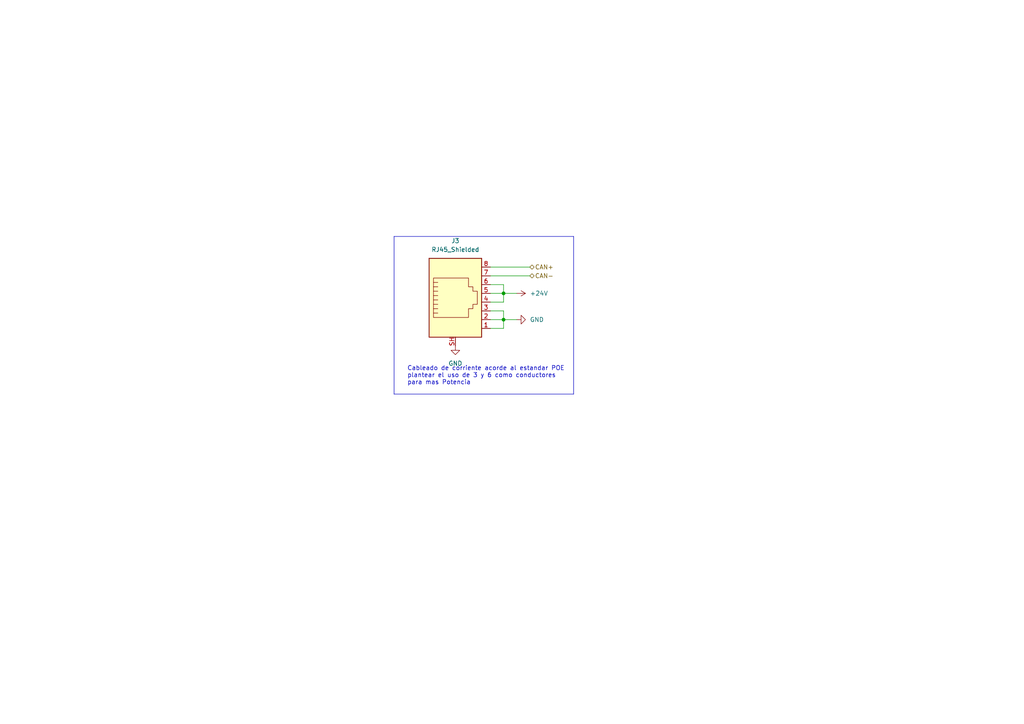
<source format=kicad_sch>
(kicad_sch (version 20230121) (generator eeschema)
  (paper "A4")
  (lib_symbols
    (symbol "Connector:RJ45_Shielded" (pin_names (offset 1.016))
      (property "Reference" "J" (at -5.08 13.97 0))
      (property "Value" "RJ45_Shielded" (at 2.54 13.97 0))
      (symbol "RJ45_Shielded_0_1"
        (polyline (pts (xy -5.08 4.445) (xy -6.35 4.445)))
        (polyline (pts (xy -5.08 5.715) (xy -6.35 5.715)))
        (polyline (pts (xy -6.35 -3.175) (xy -5.08 -3.175) (xy -5.08 -3.175)))
        (polyline (pts (xy -6.35 -1.905) (xy -5.08 -1.905) (xy -5.08 -1.905)))
        (polyline (pts (xy -6.35 -0.635) (xy -5.08 -0.635) (xy -5.08 -0.635)))
        (polyline (pts (xy -6.35 0.635) (xy -5.08 0.635) (xy -5.08 0.635)))
        (polyline (pts (xy -6.35 1.905) (xy -5.08 1.905) (xy -5.08 1.905)))
        (polyline (pts (xy -5.08 3.175) (xy -6.35 3.175) (xy -6.35 3.175)))
        (polyline (pts (xy -6.35 -4.445) (xy -6.35 6.985) (xy 3.81 6.985) (xy 3.81 4.445) (xy 5.08 4.445) (xy 5.08 3.175) (xy 6.35 3.175) (xy 6.35 -0.635) (xy 5.08 -0.635) (xy 5.08 -1.905) (xy 3.81 -1.905) (xy 3.81 -4.445) (xy -6.35 -4.445) (xy -6.35 -4.445)))
        (rectangle (start 7.62 12.7) (end -7.62 -10.16) (stroke (width 0.254)) (fill (type background)))
      )
      (symbol "RJ45_Shielded_1_1"
        (pin passive line (at 10.16 -7.62 180) (length 2.54) (name "~") (number "1"))
        (pin passive line (at 10.16 -5.08 180) (length 2.54) (name "~") (number "2"))
        (pin passive line (at 10.16 -2.54 180) (length 2.54) (name "~") (number "3"))
        (pin passive line (at 10.16 0 180) (length 2.54) (name "~") (number "4"))
        (pin passive line (at 10.16 2.54 180) (length 2.54) (name "~") (number "5"))
        (pin passive line (at 10.16 5.08 180) (length 2.54) (name "~") (number "6"))
        (pin passive line (at 10.16 7.62 180) (length 2.54) (name "~") (number "7"))
        (pin passive line (at 10.16 10.16 180) (length 2.54) (name "~") (number "8"))
        (pin passive line (at 0 -12.7 90) (length 2.54) (name "~") (number "SH"))
      )
    )
    (symbol "power:+24V" (power) (pin_names (offset 0))
      (property "Value" "+24V" (at 0 3.556 0))
      (symbol "+24V_0_1"
        (polyline (pts (xy -0.762 1.27) (xy 0 2.54)))
        (polyline (pts (xy 0 0) (xy 0 2.54)))
        (polyline (pts (xy 0 2.54) (xy 0.762 1.27)))
      )
      (symbol "+24V_1_1"
        (pin power_in line (at 0 0 90) (length 0) hide (name "+24V") (number "1"))
      )
    )
    (symbol "power:GND" (power) (pin_names (offset 0))
      (property "Value" "GND" (at 0 -3.81 0))
      (symbol "GND_0_1"
        (polyline (pts (xy 0 0) (xy 0 -1.27) (xy 1.27 -1.27) (xy 0 -2.54) (xy -1.27 -1.27) (xy 0 -1.27)))
      )
      (symbol "GND_1_1"
        (pin power_in line (at 0 0 270) (length 0) hide (name "GND") (number "1"))
      )
    )
  )
  (junction (at 146.05 92.71))
  (junction (at 146.05 85.09))
  (wire (pts (xy 146.05 82.55) (xy 146.05 85.09)))
  (wire (pts (xy 142.24 80.01) (xy 153.67 80.01)))
  (wire (pts (xy 146.05 92.71) (xy 146.05 95.25)))
  (wire (pts (xy 142.24 90.17) (xy 146.05 90.17)))
  (wire (pts (xy 142.24 82.55) (xy 146.05 82.55)))
  (wire (pts (xy 142.24 87.63) (xy 146.05 87.63)))
  (wire (pts (xy 146.05 85.09) (xy 146.05 87.63)))
  (polyline (pts (xy 166.37 114.3) (xy 114.3 114.3)))
  (wire (pts (xy 142.24 92.71) (xy 146.05 92.71)))
  (polyline (pts (xy 166.37 68.58) (xy 166.37 114.3)))
  (wire (pts (xy 142.24 85.09) (xy 146.05 85.09)))
  (wire (pts (xy 142.24 95.25) (xy 146.05 95.25)))
  (wire (pts (xy 149.86 92.71) (xy 146.05 92.71)))
  (wire (pts (xy 149.86 85.09) (xy 146.05 85.09)))
  (wire (pts (xy 142.24 77.47) (xy 153.67 77.47)))
  (polyline (pts (xy 114.3 68.58) (xy 166.37 68.58)))
  (wire (pts (xy 146.05 90.17) (xy 146.05 92.71)))
  (polyline (pts (xy 114.3 68.58) (xy 114.3 114.3)))
  (text "Cableado de corriente acorde al estandar POE\nplantear el uso de 3 y 6 como conductores\npara mas Potencia\n" (at 118.11 111.76 0) (effects (font (size 1.27 1.27)) (justify left bottom)))
  (hierarchical_label "CAN+" (shape bidirectional) (at 153.67 77.47 0))
  (hierarchical_label "CAN-" (shape bidirectional) (at 153.67 80.01 0))
  (symbol (lib_id "power:+24V") (at 149.86 85.09 270) (unit 1)
    (property "Reference" "#PWR019" (effects hide))
    (property "Value" "+24V" (at 153.67 85.0899 90) (effects (justify left)))
    (instances (project "TER_MAIN_MODULE" (path "" (reference "#PWR019") (unit 1)) (path "" (reference "#PWR025") (unit 1)) (path "" (reference "#PWR028") (unit 1)) (path "" (reference "#PWR031") (unit 1)) (path "" (reference "#PWR022") (unit 1))) (project "TER_PEDAL" (path "" (reference "#PWR019") (unit 1))))
  )
  (symbol (lib_id "power:GND") (at 132.08 100.33 0) (unit 1)
    (property "Reference" "#PWR018" (effects hide))
    (property "Value" "GND" (at 132.08 105.41 0))
    (instances (project "TER_MAIN_MODULE" (path "" (reference "#PWR018") (unit 1)) (path "" (reference "#PWR024") (unit 1)) (path "" (reference "#PWR027") (unit 1)) (path "" (reference "#PWR030") (unit 1)) (path "" (reference "#PWR021") (unit 1))) (project "TER_PEDAL" (path "" (reference "#PWR018") (unit 1))))
  )
  (symbol (lib_id "Connector:RJ45_Shielded") (at 132.08 87.63 0) (unit 1)
    (property "Reference" "J3" (at 132.08 69.85 0))
    (property "Value" "RJ45_Shielded" (at 132.08 72.39 0))
    (property "Footprint" "Connector_RJ:RJ45_Ninigi_GE" (effects hide))
    (instances (project "TER_MAIN_MODULE" (path "" (reference "J3") (unit 1)) (path "" (reference "J5") (unit 1)) (path "" (reference "J6") (unit 1)) (path "" (reference "J7") (unit 1)) (path "" (reference "J4") (unit 1))) (project "TER_PEDAL" (path "" (reference "J3") (unit 1))))
  )
  (symbol (lib_id "power:GND") (at 149.86 92.71 90) (unit 1)
    (property "Reference" "#PWR020" (effects hide))
    (property "Value" "GND" (at 153.67 92.7099 90) (effects (justify right)))
    (instances (project "TER_MAIN_MODULE" (path "" (reference "#PWR020") (unit 1)) (path "" (reference "#PWR026") (unit 1)) (path "" (reference "#PWR029") (unit 1)) (path "" (reference "#PWR032") (unit 1)) (path "" (reference "#PWR023") (unit 1))) (project "TER_PEDAL" (path "" (reference "#PWR020") (unit 1))))
  )
)
</source>
